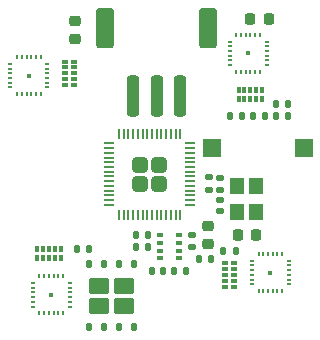
<source format=gbr>
%TF.GenerationSoftware,KiCad,Pcbnew,7.0.6*%
%TF.CreationDate,2023-07-24T08:09:00-07:00*%
%TF.ProjectId,minidrone,6d696e69-6472-46f6-9e65-2e6b69636164,rev?*%
%TF.SameCoordinates,Original*%
%TF.FileFunction,Paste,Top*%
%TF.FilePolarity,Positive*%
%FSLAX46Y46*%
G04 Gerber Fmt 4.6, Leading zero omitted, Abs format (unit mm)*
G04 Created by KiCad (PCBNEW 7.0.6) date 2023-07-24 08:09:00*
%MOMM*%
%LPD*%
G01*
G04 APERTURE LIST*
G04 Aperture macros list*
%AMRoundRect*
0 Rectangle with rounded corners*
0 $1 Rounding radius*
0 $2 $3 $4 $5 $6 $7 $8 $9 X,Y pos of 4 corners*
0 Add a 4 corners polygon primitive as box body*
4,1,4,$2,$3,$4,$5,$6,$7,$8,$9,$2,$3,0*
0 Add four circle primitives for the rounded corners*
1,1,$1+$1,$2,$3*
1,1,$1+$1,$4,$5*
1,1,$1+$1,$6,$7*
1,1,$1+$1,$8,$9*
0 Add four rect primitives between the rounded corners*
20,1,$1+$1,$2,$3,$4,$5,0*
20,1,$1+$1,$4,$5,$6,$7,0*
20,1,$1+$1,$6,$7,$8,$9,0*
20,1,$1+$1,$8,$9,$2,$3,0*%
G04 Aperture macros list end*
%ADD10R,0.400000X0.400000*%
%ADD11O,0.470000X0.200000*%
%ADD12O,0.200000X0.470000*%
%ADD13R,1.200000X1.400000*%
%ADD14R,0.500000X0.350000*%
%ADD15RoundRect,0.250000X0.615000X-0.435000X0.615000X0.435000X-0.615000X0.435000X-0.615000X-0.435000X0*%
%ADD16RoundRect,0.125000X0.125000X-0.250000X0.125000X0.250000X-0.125000X0.250000X-0.125000X-0.250000X0*%
%ADD17R,0.550000X0.300000*%
%ADD18R,0.550000X0.400000*%
%ADD19R,0.300000X0.550000*%
%ADD20R,0.400000X0.550000*%
%ADD21RoundRect,0.050000X0.050000X-0.387500X0.050000X0.387500X-0.050000X0.387500X-0.050000X-0.387500X0*%
%ADD22RoundRect,0.050000X0.387500X-0.050000X0.387500X0.050000X-0.387500X0.050000X-0.387500X-0.050000X0*%
%ADD23RoundRect,0.249999X0.395001X-0.395001X0.395001X0.395001X-0.395001X0.395001X-0.395001X-0.395001X0*%
%ADD24R,1.500000X1.500000*%
%ADD25RoundRect,0.135000X0.135000X0.185000X-0.135000X0.185000X-0.135000X-0.185000X0.135000X-0.185000X0*%
%ADD26RoundRect,0.135000X-0.135000X-0.185000X0.135000X-0.185000X0.135000X0.185000X-0.135000X0.185000X0*%
%ADD27RoundRect,0.135000X-0.185000X0.135000X-0.185000X-0.135000X0.185000X-0.135000X0.185000X0.135000X0*%
%ADD28RoundRect,0.250001X0.499999X1.449999X-0.499999X1.449999X-0.499999X-1.449999X0.499999X-1.449999X0*%
%ADD29RoundRect,0.250000X0.250000X1.500000X-0.250000X1.500000X-0.250000X-1.500000X0.250000X-1.500000X0*%
%ADD30RoundRect,0.218750X0.218750X0.256250X-0.218750X0.256250X-0.218750X-0.256250X0.218750X-0.256250X0*%
%ADD31RoundRect,0.218750X0.256250X-0.218750X0.256250X0.218750X-0.256250X0.218750X-0.256250X-0.218750X0*%
%ADD32RoundRect,0.140000X-0.140000X-0.170000X0.140000X-0.170000X0.140000X0.170000X-0.140000X0.170000X0*%
%ADD33RoundRect,0.140000X0.140000X0.170000X-0.140000X0.170000X-0.140000X-0.170000X0.140000X-0.170000X0*%
%ADD34RoundRect,0.140000X-0.170000X0.140000X-0.170000X-0.140000X0.170000X-0.140000X0.170000X0.140000X0*%
G04 APERTURE END LIST*
D10*
%TO.C,U7*%
X138636400Y-77380800D03*
D11*
X140201400Y-76380800D03*
X140201400Y-76780800D03*
X140201400Y-77180800D03*
X140201400Y-77580800D03*
X140201400Y-77980800D03*
X140201400Y-78380800D03*
D12*
X139636400Y-78945800D03*
X139236400Y-78945800D03*
X138836400Y-78945800D03*
X138436400Y-78945800D03*
X138036400Y-78945800D03*
X137636400Y-78945800D03*
D11*
X137071400Y-78380800D03*
X137071400Y-77980800D03*
X137071400Y-77580800D03*
X137071400Y-77180800D03*
X137071400Y-76780800D03*
X137071400Y-76380800D03*
D12*
X137636400Y-75815800D03*
X138036400Y-75815800D03*
X138436400Y-75815800D03*
X138836400Y-75815800D03*
X139236400Y-75815800D03*
X139636400Y-75815800D03*
%TD*%
D13*
%TO.C,Y2*%
X154366900Y-68145300D03*
X154366900Y-70345300D03*
X155966900Y-70345300D03*
X155966900Y-68145300D03*
%TD*%
D14*
%TO.C,U15*%
X147882000Y-74282500D03*
X147882000Y-73632500D03*
X147882000Y-72982500D03*
X147882000Y-72332500D03*
X149482000Y-72332500D03*
X149482000Y-72982500D03*
X149482000Y-73632500D03*
X149482000Y-74282500D03*
%TD*%
D15*
%TO.C,U13*%
X142661100Y-78294800D03*
X144811100Y-76594800D03*
X142661100Y-76594800D03*
X144811100Y-78294800D03*
D16*
X141831100Y-80144800D03*
X143101100Y-80144800D03*
X144371100Y-80144800D03*
X145641100Y-80144800D03*
X145641100Y-74744800D03*
X144371100Y-74744800D03*
X143101100Y-74744800D03*
X141831100Y-74744800D03*
%TD*%
D11*
%TO.C,U9*%
X138315400Y-59826800D03*
X138315400Y-59426800D03*
X138315400Y-59026800D03*
X138315400Y-58626800D03*
X138315400Y-58226800D03*
X138315400Y-57826800D03*
D12*
X137750400Y-57261800D03*
X137350400Y-57261800D03*
X136950400Y-57261800D03*
X136550400Y-57261800D03*
X136150400Y-57261800D03*
X135750400Y-57261800D03*
D11*
X135185400Y-57826800D03*
X135185400Y-58226800D03*
X135185400Y-58626800D03*
X135185400Y-59026800D03*
X135185400Y-59426800D03*
X135185400Y-59826800D03*
D12*
X135750400Y-60391800D03*
X136150400Y-60391800D03*
X136550400Y-60391800D03*
X136950400Y-60391800D03*
X137350400Y-60391800D03*
X137750400Y-60391800D03*
D10*
X136750400Y-58826800D03*
%TD*%
D17*
%TO.C,U8*%
X139839400Y-57626800D03*
X139839400Y-58126800D03*
D18*
X139839400Y-58626800D03*
D17*
X139839400Y-59126800D03*
X139839400Y-59626800D03*
X140609400Y-59626800D03*
X140609400Y-59126800D03*
D18*
X140609400Y-58626800D03*
D17*
X140609400Y-58126800D03*
X140609400Y-57626800D03*
%TD*%
D19*
%TO.C,U6*%
X137436400Y-73521800D03*
X137936400Y-73521800D03*
D20*
X138436400Y-73521800D03*
D19*
X138936400Y-73521800D03*
X139436400Y-73521800D03*
X139436400Y-74291800D03*
X138936400Y-74291800D03*
D20*
X138436400Y-74291800D03*
D19*
X137936400Y-74291800D03*
X137436400Y-74291800D03*
%TD*%
D11*
%TO.C,U5*%
X155625400Y-74494800D03*
X155625400Y-74894800D03*
X155625400Y-75294800D03*
X155625400Y-75694800D03*
X155625400Y-76094800D03*
X155625400Y-76494800D03*
D12*
X156190400Y-77059800D03*
X156590400Y-77059800D03*
X156990400Y-77059800D03*
X157390400Y-77059800D03*
X157790400Y-77059800D03*
X158190400Y-77059800D03*
D11*
X158755400Y-76494800D03*
X158755400Y-76094800D03*
X158755400Y-75694800D03*
X158755400Y-75294800D03*
X158755400Y-74894800D03*
X158755400Y-74494800D03*
D12*
X158190400Y-73929800D03*
X157790400Y-73929800D03*
X157390400Y-73929800D03*
X156990400Y-73929800D03*
X156590400Y-73929800D03*
X156190400Y-73929800D03*
D10*
X157190400Y-75494800D03*
%TD*%
D17*
%TO.C,U4*%
X154101400Y-76694800D03*
X154101400Y-76194800D03*
D18*
X154101400Y-75694800D03*
D17*
X154101400Y-75194800D03*
X154101400Y-74694800D03*
X153331400Y-74694800D03*
X153331400Y-75194800D03*
D18*
X153331400Y-75694800D03*
D17*
X153331400Y-76194800D03*
X153331400Y-76694800D03*
%TD*%
D19*
%TO.C,U3*%
X156504400Y-60029800D03*
X156004400Y-60029800D03*
D20*
X155504400Y-60029800D03*
D19*
X155004400Y-60029800D03*
X154504400Y-60029800D03*
X154504400Y-60799800D03*
X155004400Y-60799800D03*
D20*
X155504400Y-60799800D03*
D19*
X156004400Y-60799800D03*
X156504400Y-60799800D03*
%TD*%
D21*
%TO.C,U2*%
X144370400Y-70598300D03*
X144770400Y-70598300D03*
X145170400Y-70598300D03*
X145570400Y-70598300D03*
X145970400Y-70598300D03*
X146370400Y-70598300D03*
X146770400Y-70598300D03*
X147170400Y-70598300D03*
X147570400Y-70598300D03*
X147970400Y-70598300D03*
X148370400Y-70598300D03*
X148770400Y-70598300D03*
X149170400Y-70598300D03*
X149570400Y-70598300D03*
D22*
X150407900Y-69760800D03*
X150407900Y-69360800D03*
X150407900Y-68960800D03*
X150407900Y-68560800D03*
X150407900Y-68160800D03*
X150407900Y-67760800D03*
X150407900Y-67360800D03*
X150407900Y-66960800D03*
X150407900Y-66560800D03*
X150407900Y-66160800D03*
X150407900Y-65760800D03*
X150407900Y-65360800D03*
X150407900Y-64960800D03*
X150407900Y-64560800D03*
D21*
X149570400Y-63723300D03*
X149170400Y-63723300D03*
X148770400Y-63723300D03*
X148370400Y-63723300D03*
X147970400Y-63723300D03*
X147570400Y-63723300D03*
X147170400Y-63723300D03*
X146770400Y-63723300D03*
X146370400Y-63723300D03*
X145970400Y-63723300D03*
X145570400Y-63723300D03*
X145170400Y-63723300D03*
X144770400Y-63723300D03*
X144370400Y-63723300D03*
D22*
X143532900Y-64560800D03*
X143532900Y-64960800D03*
X143532900Y-65360800D03*
X143532900Y-65760800D03*
X143532900Y-66160800D03*
X143532900Y-66560800D03*
X143532900Y-66960800D03*
X143532900Y-67360800D03*
X143532900Y-67760800D03*
X143532900Y-68160800D03*
X143532900Y-68560800D03*
X143532900Y-68960800D03*
X143532900Y-69360800D03*
X143532900Y-69760800D03*
D23*
X146170400Y-67960800D03*
X147770400Y-67960800D03*
X146170400Y-66360800D03*
X147770400Y-66360800D03*
%TD*%
D10*
%TO.C,U1*%
X155304400Y-56940800D03*
D11*
X153739400Y-57940800D03*
X153739400Y-57540800D03*
X153739400Y-57140800D03*
X153739400Y-56740800D03*
X153739400Y-56340800D03*
X153739400Y-55940800D03*
D12*
X154304400Y-55375800D03*
X154704400Y-55375800D03*
X155104400Y-55375800D03*
X155504400Y-55375800D03*
X155904400Y-55375800D03*
X156304400Y-55375800D03*
D11*
X156869400Y-55940800D03*
X156869400Y-56340800D03*
X156869400Y-56740800D03*
X156869400Y-57140800D03*
X156869400Y-57540800D03*
X156869400Y-57940800D03*
D12*
X156304400Y-58505800D03*
X155904400Y-58505800D03*
X155504400Y-58505800D03*
X155104400Y-58505800D03*
X154704400Y-58505800D03*
X154304400Y-58505800D03*
%TD*%
D24*
%TO.C,SW1*%
X160042900Y-64948000D03*
X152242900Y-64948000D03*
%TD*%
D25*
%TO.C,R34*%
X154243700Y-73631700D03*
X153223700Y-73631700D03*
%TD*%
D26*
%TO.C,R30*%
X151154400Y-74364500D03*
X152174400Y-74364500D03*
%TD*%
D27*
%TO.C,R28*%
X150599600Y-72332500D03*
X150599600Y-73352500D03*
%TD*%
D26*
%TO.C,R27*%
X145820400Y-72332500D03*
X146840400Y-72332500D03*
%TD*%
%TO.C,R26*%
X145820400Y-73348500D03*
X146840400Y-73348500D03*
%TD*%
D27*
%TO.C,R24*%
X152004500Y-67445700D03*
X152004500Y-68465700D03*
%TD*%
D26*
%TO.C,R14*%
X156746400Y-62223300D03*
X155726400Y-62223300D03*
%TD*%
D25*
%TO.C,R13*%
X154820000Y-62223300D03*
X153800000Y-62223300D03*
%TD*%
D26*
%TO.C,R2*%
X157660800Y-61207300D03*
X158680800Y-61207300D03*
%TD*%
%TO.C,R1*%
X157660800Y-62223300D03*
X158680800Y-62223300D03*
%TD*%
D28*
%TO.C,J6*%
X151928100Y-54788000D03*
X143228100Y-54788000D03*
D29*
X145578100Y-60538000D03*
X147578100Y-60538000D03*
X149578100Y-60538000D03*
%TD*%
D30*
%TO.C,D5*%
X156017700Y-72310900D03*
X154442700Y-72310900D03*
%TD*%
D31*
%TO.C,D4*%
X140671200Y-54155800D03*
X140671200Y-55730800D03*
%TD*%
D30*
%TO.C,D3*%
X155504600Y-54054400D03*
X157079600Y-54054400D03*
%TD*%
D31*
%TO.C,D2*%
X151920400Y-71519500D03*
X151920400Y-73094500D03*
%TD*%
D32*
%TO.C,C63*%
X147150400Y-75380500D03*
X148110400Y-75380500D03*
%TD*%
D33*
%TO.C,C62*%
X149075600Y-75380500D03*
X150035600Y-75380500D03*
%TD*%
D34*
%TO.C,C58*%
X152969700Y-69329300D03*
X152969700Y-70289300D03*
%TD*%
%TO.C,C57*%
X152969700Y-68465700D03*
X152969700Y-67505700D03*
%TD*%
D33*
%TO.C,C56*%
X141811200Y-73500900D03*
X140851200Y-73500900D03*
%TD*%
M02*

</source>
